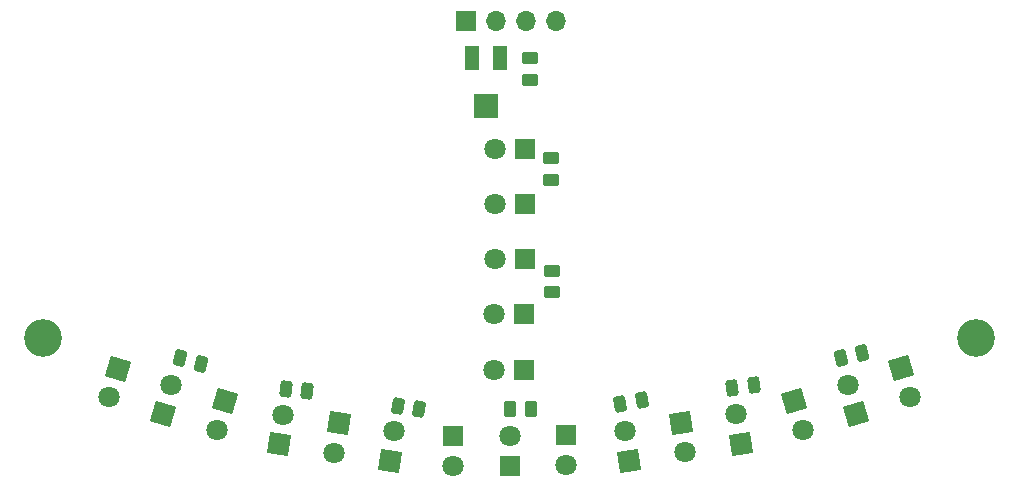
<source format=gbr>
%TF.GenerationSoftware,KiCad,Pcbnew,7.0.9*%
%TF.CreationDate,2025-05-06T13:12:29+09:00*%
%TF.ProjectId,Line_side&back,4c696e65-5f73-4696-9465-266261636b2e,rev?*%
%TF.SameCoordinates,Original*%
%TF.FileFunction,Soldermask,Top*%
%TF.FilePolarity,Negative*%
%FSLAX46Y46*%
G04 Gerber Fmt 4.6, Leading zero omitted, Abs format (unit mm)*
G04 Created by KiCad (PCBNEW 7.0.9) date 2025-05-06 13:12:29*
%MOMM*%
%LPD*%
G01*
G04 APERTURE LIST*
G04 Aperture macros list*
%AMRoundRect*
0 Rectangle with rounded corners*
0 $1 Rounding radius*
0 $2 $3 $4 $5 $6 $7 $8 $9 X,Y pos of 4 corners*
0 Add a 4 corners polygon primitive as box body*
4,1,4,$2,$3,$4,$5,$6,$7,$8,$9,$2,$3,0*
0 Add four circle primitives for the rounded corners*
1,1,$1+$1,$2,$3*
1,1,$1+$1,$4,$5*
1,1,$1+$1,$6,$7*
1,1,$1+$1,$8,$9*
0 Add four rect primitives between the rounded corners*
20,1,$1+$1,$2,$3,$4,$5,0*
20,1,$1+$1,$4,$5,$6,$7,0*
20,1,$1+$1,$6,$7,$8,$9,0*
20,1,$1+$1,$8,$9,$2,$3,0*%
%AMRotRect*
0 Rectangle, with rotation*
0 The origin of the aperture is its center*
0 $1 length*
0 $2 width*
0 $3 Rotation angle, in degrees counterclockwise*
0 Add horizontal line*
21,1,$1,$2,0,0,$3*%
G04 Aperture macros list end*
%ADD10RotRect,1.800000X1.800000X81.500000*%
%ADD11C,1.800000*%
%ADD12RotRect,1.800000X1.800000X253.000000*%
%ADD13R,1.300000X2.000000*%
%ADD14R,2.000000X2.000000*%
%ADD15RoundRect,0.250000X0.329664X0.403396X-0.188873X0.485524X-0.329664X-0.403396X0.188873X-0.485524X0*%
%ADD16R,1.700000X1.700000*%
%ADD17O,1.700000X1.700000*%
%ADD18R,1.800000X1.800000*%
%ADD19RoundRect,0.250000X0.180370X0.488746X-0.336654X0.397581X-0.180370X-0.488746X0.336654X-0.397581X0*%
%ADD20RoundRect,0.250000X-0.450000X0.262500X-0.450000X-0.262500X0.450000X-0.262500X0.450000X0.262500X0*%
%ADD21RotRect,1.800000X1.800000X107.000000*%
%ADD22RotRect,1.800000X1.800000X287.000000*%
%ADD23RotRect,1.800000X1.800000X98.500000*%
%ADD24RoundRect,0.250000X0.315385X0.414655X-0.205702X0.478636X-0.315385X-0.414655X0.205702X-0.478636X0*%
%ADD25RotRect,1.800000X1.800000X73.000000*%
%ADD26RoundRect,0.250000X0.370024X0.366727X-0.137087X0.502607X-0.370024X-0.366727X0.137087X-0.502607X0*%
%ADD27RoundRect,0.250000X0.197317X0.482154X-0.322573X0.409088X-0.197317X-0.482154X0.322573X-0.409088X0*%
%ADD28C,3.200000*%
%ADD29RotRect,1.800000X1.800000X278.500000*%
%ADD30RoundRect,0.250000X0.262500X0.450000X-0.262500X0.450000X-0.262500X-0.450000X0.262500X-0.450000X0*%
%ADD31RoundRect,0.250000X0.137087X0.502607X-0.370024X0.366727X-0.137087X-0.502607X0.370024X-0.366727X0*%
%ADD32RotRect,1.800000X1.800000X261.500000*%
%ADD33RoundRect,0.250000X0.450000X-0.262500X0.450000X0.262500X-0.450000X0.262500X-0.450000X-0.262500X0*%
G04 APERTURE END LIST*
D10*
%TO.C,D10*%
X131534026Y-152678362D03*
D11*
X131909462Y-150166262D03*
%TD*%
D12*
%TO.C,Q3*%
X117909496Y-146280516D03*
D11*
X117166872Y-148709530D03*
%TD*%
D13*
%TO.C,RV1*%
X147940000Y-120000000D03*
D14*
X149090000Y-124000000D03*
D13*
X150240000Y-120000000D03*
%TD*%
D15*
%TO.C,R1*%
X143432532Y-149705492D03*
X141630000Y-149420000D03*
%TD*%
D16*
%TO.C,J1*%
X147360000Y-116860000D03*
D17*
X149900000Y-116860000D03*
X152440000Y-116860000D03*
X154980000Y-116860000D03*
%TD*%
D18*
%TO.C,Q6*%
X155840000Y-151920000D03*
D11*
X155840000Y-154460000D03*
%TD*%
D19*
%TO.C,R5*%
X162268637Y-148941546D03*
X160471363Y-149258454D03*
%TD*%
D20*
%TO.C,R8*%
X154690000Y-137987500D03*
X154690000Y-139812500D03*
%TD*%
D21*
%TO.C,D2*%
X180451331Y-150092653D03*
D11*
X179708707Y-147663639D03*
%TD*%
D22*
%TO.C,Q4*%
X184251947Y-146243260D03*
D11*
X184994571Y-148672274D03*
%TD*%
D18*
%TO.C,D6*%
X152365000Y-132330000D03*
D11*
X149825000Y-132330000D03*
%TD*%
D23*
%TO.C,D3*%
X170632337Y-152649416D03*
D11*
X170256901Y-150137316D03*
%TD*%
D24*
%TO.C,R11*%
X133965698Y-148181206D03*
X132154302Y-147958794D03*
%TD*%
D22*
%TO.C,Q8*%
X175163336Y-149042841D03*
D11*
X175905960Y-151471855D03*
%TD*%
D25*
%TO.C,D8*%
X121706396Y-150107858D03*
D11*
X122449020Y-147678844D03*
%TD*%
D20*
%TO.C,R7*%
X154590000Y-128437500D03*
X154590000Y-130262500D03*
%TD*%
D18*
%TO.C,Q16*%
X152345000Y-127660000D03*
D11*
X149805000Y-127660000D03*
%TD*%
D26*
%TO.C,R9*%
X124971407Y-145836172D03*
X123208593Y-145363828D03*
%TD*%
D27*
%TO.C,R4*%
X171743620Y-147653005D03*
X169936380Y-147906995D03*
%TD*%
D18*
%TO.C,Q7*%
X152355000Y-136980000D03*
D11*
X149815000Y-136980000D03*
%TD*%
D28*
%TO.C,REF\u002A\u002A*%
X190530000Y-143670000D03*
%TD*%
D10*
%TO.C,D1*%
X140942523Y-154064249D03*
D11*
X141317959Y-151552149D03*
%TD*%
D18*
%TO.C,D5*%
X151080000Y-154490000D03*
D11*
X151080000Y-151950000D03*
%TD*%
D29*
%TO.C,Q10*%
X165570444Y-150847823D03*
D11*
X165945880Y-153359923D03*
%TD*%
D30*
%TO.C,R6*%
X152912500Y-149680000D03*
X151087500Y-149680000D03*
%TD*%
D31*
%TO.C,R2*%
X180890000Y-144930000D03*
X179127186Y-145402344D03*
%TD*%
D18*
%TO.C,D7*%
X152325000Y-141640000D03*
D11*
X149785000Y-141640000D03*
%TD*%
D32*
%TO.C,Q5*%
X136605809Y-150878247D03*
D11*
X136230373Y-153390347D03*
%TD*%
D28*
%TO.C,REF\u002A\u002A*%
X111590000Y-143700000D03*
%TD*%
D23*
%TO.C,D4*%
X161229752Y-154074864D03*
D11*
X160854316Y-151562764D03*
%TD*%
D33*
%TO.C,R3*%
X152820000Y-121815000D03*
X152820000Y-119990000D03*
%TD*%
D18*
%TO.C,Q1*%
X146330000Y-151940000D03*
D11*
X146330000Y-154480000D03*
%TD*%
D18*
%TO.C,Q15*%
X152330000Y-146380000D03*
D11*
X149790000Y-146380000D03*
%TD*%
D12*
%TO.C,Q14*%
X127009802Y-149041844D03*
D11*
X126267178Y-151470858D03*
%TD*%
M02*

</source>
